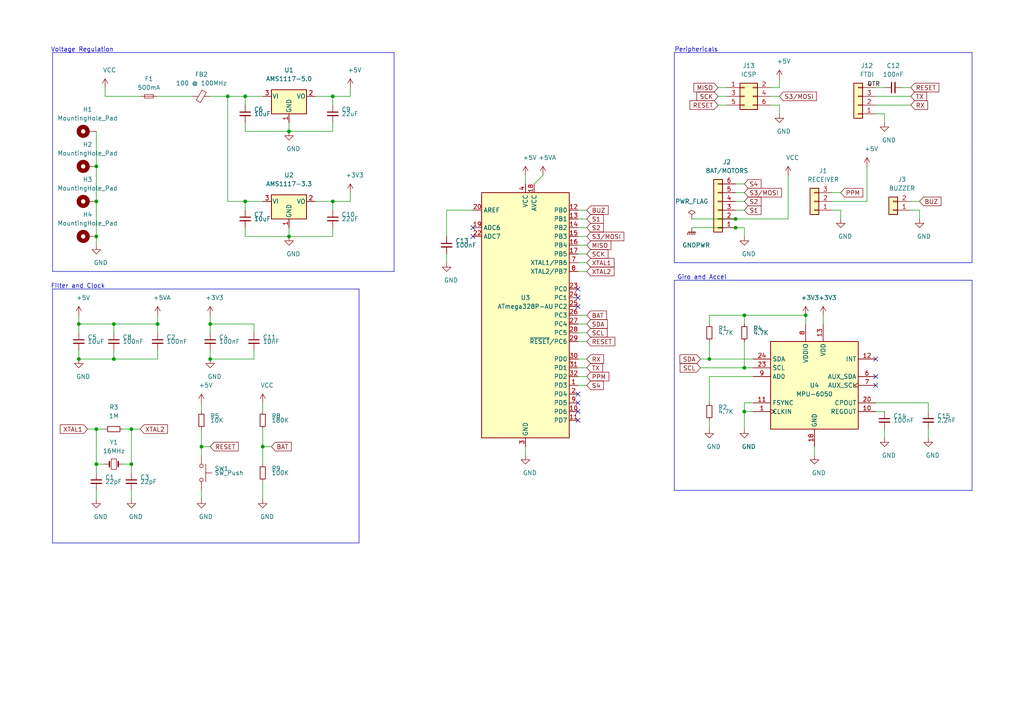
<source format=kicad_sch>
(kicad_sch (version 20200714) (host eeschema "(5.99.0-2358-g6d8fb94d8)")
  (page 1 1)
  (paper "A4")
  (lib_symbols
    (symbol "Connector_Generic:Conn_01x02" (pin_names hide)
      (property "Reference" "J" (at 0 2.54 0))
      (property "Value" "Conn_01x02" (at 0 -5.08 0))
      (symbol "Conn_01x02_1_1"
        (rectangle (start -1.27 -2.413) (end 0 -2.667) (stroke (width 0.1524)))
        (rectangle (start -1.27 0.127) (end 0 -0.127) (stroke (width 0.1524)))
        (rectangle (start -1.27 1.27) (end 1.27 -3.81) (stroke (width 0.254)) (fill (type background)))
        (pin passive line (at -5.08 0 0) (length 3.81) (name "Pin_1") (number "1"))
        (pin passive line (at -5.08 -2.54 0) (length 3.81) (name "Pin_2") (number "2"))
      )
    )
    (symbol "Connector_Generic:Conn_01x03" (pin_names hide)
      (property "Reference" "J" (at 0 5.08 0))
      (property "Value" "Conn_01x03" (at 0 -5.08 0))
      (symbol "Conn_01x03_1_1"
        (rectangle (start -1.27 -2.413) (end 0 -2.667) (stroke (width 0.1524)))
        (rectangle (start -1.27 2.667) (end 0 2.413) (stroke (width 0.1524)))
        (rectangle (start -1.27 3.81) (end 1.27 -3.81) (stroke (width 0.254)) (fill (type background)))
        (rectangle (start -1.27 0.127) (end 0 -0.127) (stroke (width 0.1524)))
        (pin passive line (at -5.08 2.54 0) (length 3.81) (name "Pin_1") (number "1"))
        (pin passive line (at -5.08 0 0) (length 3.81) (name "Pin_2") (number "2"))
        (pin passive line (at -5.08 -2.54 0) (length 3.81) (name "Pin_3") (number "3"))
      )
    )
    (symbol "Connector_Generic:Conn_01x04" (pin_names hide)
      (property "Reference" "J" (at 0 5.08 0))
      (property "Value" "Conn_01x04" (at 0 -7.62 0))
      (symbol "Conn_01x04_1_1"
        (rectangle (start -1.27 -4.953) (end 0 -5.207) (stroke (width 0.1524)))
        (rectangle (start -1.27 -2.413) (end 0 -2.667) (stroke (width 0.1524)))
        (rectangle (start -1.27 2.667) (end 0 2.413) (stroke (width 0.1524)))
        (rectangle (start -1.27 3.81) (end 1.27 -6.35) (stroke (width 0.254)) (fill (type background)))
        (rectangle (start -1.27 0.127) (end 0 -0.127) (stroke (width 0.1524)))
        (pin passive line (at -5.08 2.54 0) (length 3.81) (name "Pin_1") (number "1"))
        (pin passive line (at -5.08 0 0) (length 3.81) (name "Pin_2") (number "2"))
        (pin passive line (at -5.08 -2.54 0) (length 3.81) (name "Pin_3") (number "3"))
        (pin passive line (at -5.08 -5.08 0) (length 3.81) (name "Pin_4") (number "4"))
      )
    )
    (symbol "Connector_Generic:Conn_01x06" (pin_names hide)
      (property "Reference" "J" (at 0 7.62 0))
      (property "Value" "Conn_01x06" (at 0 -10.16 0))
      (symbol "Conn_01x06_1_1"
        (rectangle (start -1.27 -4.953) (end 0 -5.207) (stroke (width 0.1524)))
        (rectangle (start -1.27 -7.493) (end 0 -7.747) (stroke (width 0.1524)))
        (rectangle (start -1.27 -2.413) (end 0 -2.667) (stroke (width 0.1524)))
        (rectangle (start -1.27 2.667) (end 0 2.413) (stroke (width 0.1524)))
        (rectangle (start -1.27 5.207) (end 0 4.953) (stroke (width 0.1524)))
        (rectangle (start -1.27 6.35) (end 1.27 -8.89) (stroke (width 0.254)) (fill (type background)))
        (rectangle (start -1.27 0.127) (end 0 -0.127) (stroke (width 0.1524)))
        (pin passive line (at -5.08 5.08 0) (length 3.81) (name "Pin_1") (number "1"))
        (pin passive line (at -5.08 2.54 0) (length 3.81) (name "Pin_2") (number "2"))
        (pin passive line (at -5.08 0 0) (length 3.81) (name "Pin_3") (number "3"))
        (pin passive line (at -5.08 -2.54 0) (length 3.81) (name "Pin_4") (number "4"))
        (pin passive line (at -5.08 -5.08 0) (length 3.81) (name "Pin_5") (number "5"))
        (pin passive line (at -5.08 -7.62 0) (length 3.81) (name "Pin_6") (number "6"))
      )
    )
    (symbol "Connector_Generic:Conn_02x03_Odd_Even" (pin_names hide)
      (property "Reference" "J" (at 1.27 5.08 0))
      (property "Value" "Conn_02x03_Odd_Even" (at 1.27 -5.08 0))
      (symbol "Conn_02x03_Odd_Even_1_1"
        (rectangle (start -1.27 -2.413) (end 0 -2.667) (stroke (width 0.1524)))
        (rectangle (start -1.27 2.667) (end 0 2.413) (stroke (width 0.1524)))
        (rectangle (start -1.27 3.81) (end 3.81 -3.81) (stroke (width 0.254)) (fill (type background)))
        (rectangle (start -1.27 0.127) (end 0 -0.127) (stroke (width 0.1524)))
        (rectangle (start 3.81 -2.413) (end 2.54 -2.667) (stroke (width 0.1524)))
        (rectangle (start 3.81 2.667) (end 2.54 2.413) (stroke (width 0.1524)))
        (rectangle (start 3.81 0.127) (end 2.54 -0.127) (stroke (width 0.1524)))
        (pin passive line (at -5.08 2.54 0) (length 3.81) (name "Pin_1") (number "1"))
        (pin passive line (at 7.62 2.54 180) (length 3.81) (name "Pin_2") (number "2"))
        (pin passive line (at -5.08 0 0) (length 3.81) (name "Pin_3") (number "3"))
        (pin passive line (at 7.62 0 180) (length 3.81) (name "Pin_4") (number "4"))
        (pin passive line (at -5.08 -2.54 0) (length 3.81) (name "Pin_5") (number "5"))
        (pin passive line (at 7.62 -2.54 180) (length 3.81) (name "Pin_6") (number "6"))
      )
    )
    (symbol "Device:C_Small" (pin_numbers hide) (pin_names (offset 0.254) hide)
      (property "Reference" "C" (at 0.254 1.778 0))
      (property "Value" "C_Small" (at 0.254 -2.032 0))
      (symbol "C_Small_0_1"
        (polyline (pts (xy -1.524 -0.508) (xy 1.524 -0.508)) (stroke (width 0.3302)))
        (polyline (pts (xy -1.524 0.508) (xy 1.524 0.508)) (stroke (width 0.3048)))
      )
      (symbol "C_Small_1_1"
        (pin passive line (at 0 2.54 270) (length 2.032) (name "~") (number "1"))
        (pin passive line (at 0 -2.54 90) (length 2.032) (name "~") (number "2"))
      )
    )
    (symbol "Device:Crystal_Small" (pin_numbers hide) (pin_names hide)
      (property "Reference" "Y" (at 0 2.54 0))
      (property "Value" "Crystal_Small" (at 0 -2.54 0))
      (symbol "Crystal_Small_0_1"
        (rectangle (start -0.762 -1.524) (end 0.762 1.524))
        (polyline (pts (xy -1.27 -0.762) (xy -1.27 0.762)) (stroke (width 0.381)))
        (polyline (pts (xy 1.27 -0.762) (xy 1.27 0.762)) (stroke (width 0.381)))
      )
      (symbol "Crystal_Small_1_1"
        (pin passive line (at -2.54 0 0) (length 1.27) (name "1") (number "1"))
        (pin passive line (at 2.54 0 180) (length 1.27) (name "2") (number "2"))
      )
    )
    (symbol "Device:Ferrite_Bead_Small" (pin_numbers hide) (pin_names (offset 0))
      (property "Reference" "FB" (at 1.905 1.27 0))
      (property "Value" "Ferrite_Bead_Small" (at 1.905 -1.27 0))
      (symbol "Ferrite_Bead_Small_0_1"
        (polyline (pts (xy 0 -1.27) (xy 0 -0.7874)))
        (polyline (pts (xy 0 0.889) (xy 0 1.2954)))
        (polyline (pts (xy -1.8288 0.2794) (xy -1.1176 1.4986) (xy 1.8288 -0.2032) (xy 1.1176 -1.4224) (xy -1.8288 0.2794)))
      )
      (symbol "Ferrite_Bead_Small_1_1"
        (pin passive line (at 0 2.54 270) (length 1.27) (name "~") (number "1"))
        (pin passive line (at 0 -2.54 90) (length 1.27) (name "~") (number "2"))
      )
    )
    (symbol "Device:Fuse_Small" (pin_numbers hide) (pin_names (offset 0.254) hide)
      (property "Reference" "F" (at 0 -1.524 0))
      (property "Value" "Fuse_Small" (at 0 1.524 0))
      (symbol "Fuse_Small_0_1"
        (rectangle (start -1.27 0.508) (end 1.27 -0.508))
        (polyline (pts (xy -1.27 0) (xy 1.27 0)))
      )
      (symbol "Fuse_Small_1_1"
        (pin passive line (at -2.54 0 0) (length 1.27) (name "~") (number "1"))
        (pin passive line (at 2.54 0 180) (length 1.27) (name "~") (number "2"))
      )
    )
    (symbol "Device:R_Small" (pin_numbers hide) (pin_names (offset 0.254) hide)
      (property "Reference" "R" (at 0.762 0.508 0))
      (property "Value" "R_Small" (at 0.762 -1.016 0))
      (symbol "R_Small_0_1"
        (rectangle (start -0.762 1.778) (end 0.762 -1.778) (stroke (width 0.2032)))
      )
      (symbol "R_Small_1_1"
        (pin passive line (at 0 2.54 270) (length 0.762) (name "~") (number "1"))
        (pin passive line (at 0 -2.54 90) (length 0.762) (name "~") (number "2"))
      )
    )
    (symbol "MCU_Microchip_ATmega:ATmega328P-AU" (pin_names (offset 0.508))
      (property "Reference" "U" (at -12.7 36.83 0))
      (property "Value" "ATmega328P-AU" (at 2.54 -36.83 0))
      (symbol "ATmega328P-AU_0_1"
        (rectangle (start -12.7 -35.56) (end 12.7 35.56) (stroke (width 0.254)) (fill (type background)))
      )
      (symbol "ATmega328P-AU_1_1"
        (pin bidirectional line (at 15.24 -20.32 180) (length 2.54) (name "PD3") (number "1"))
        (pin bidirectional line (at 15.24 -27.94 180) (length 2.54) (name "PD6") (number "10"))
        (pin bidirectional line (at 15.24 -30.48 180) (length 2.54) (name "PD7") (number "11"))
        (pin bidirectional line (at 15.24 30.48 180) (length 2.54) (name "PB0") (number "12"))
        (pin bidirectional line (at 15.24 27.94 180) (length 2.54) (name "PB1") (number "13"))
        (pin bidirectional line (at 15.24 25.4 180) (length 2.54) (name "PB2") (number "14"))
        (pin bidirectional line (at 15.24 22.86 180) (length 2.54) (name "PB3") (number "15"))
        (pin bidirectional line (at 15.24 20.32 180) (length 2.54) (name "PB4") (number "16"))
        (pin bidirectional line (at 15.24 17.78 180) (length 2.54) (name "PB5") (number "17"))
        (pin power_in line (at 2.54 38.1 270) (length 2.54) (name "AVCC") (number "18"))
        (pin input line (at -15.24 25.4 0) (length 2.54) (name "ADC6") (number "19"))
        (pin bidirectional line (at 15.24 -22.86 180) (length 2.54) (name "PD4") (number "2"))
        (pin passive line (at -15.24 30.48 0) (length 2.54) (name "AREF") (number "20"))
        (pin passive line (at 0 -38.1 90) (length 2.54) hide (name "GND") (number "21"))
        (pin input line (at -15.24 22.86 0) (length 2.54) (name "ADC7") (number "22"))
        (pin bidirectional line (at 15.24 7.62 180) (length 2.54) (name "PC0") (number "23"))
        (pin bidirectional line (at 15.24 5.08 180) (length 2.54) (name "PC1") (number "24"))
        (pin bidirectional line (at 15.24 2.54 180) (length 2.54) (name "PC2") (number "25"))
        (pin bidirectional line (at 15.24 0 180) (length 2.54) (name "PC3") (number "26"))
        (pin bidirectional line (at 15.24 -2.54 180) (length 2.54) (name "PC4") (number "27"))
        (pin bidirectional line (at 15.24 -5.08 180) (length 2.54) (name "PC5") (number "28"))
        (pin bidirectional line (at 15.24 -7.62 180) (length 2.54) (name "~RESET~/PC6") (number "29"))
        (pin power_in line (at 0 -38.1 90) (length 2.54) (name "GND") (number "3"))
        (pin bidirectional line (at 15.24 -12.7 180) (length 2.54) (name "PD0") (number "30"))
        (pin bidirectional line (at 15.24 -15.24 180) (length 2.54) (name "PD1") (number "31"))
        (pin bidirectional line (at 15.24 -17.78 180) (length 2.54) (name "PD2") (number "32"))
        (pin power_in line (at 0 38.1 270) (length 2.54) (name "VCC") (number "4"))
        (pin passive line (at 0 -38.1 90) (length 2.54) hide (name "GND") (number "5"))
        (pin passive line (at 0 38.1 270) (length 2.54) hide (name "VCC") (number "6"))
        (pin bidirectional line (at 15.24 15.24 180) (length 2.54) (name "XTAL1/PB6") (number "7"))
        (pin bidirectional line (at 15.24 12.7 180) (length 2.54) (name "XTAL2/PB7") (number "8"))
        (pin bidirectional line (at 15.24 -25.4 180) (length 2.54) (name "PD5") (number "9"))
      )
    )
    (symbol "Mechanical:MountingHole_Pad" (pin_numbers hide) (pin_names hide)
      (property "Reference" "H" (at 0 6.35 0))
      (property "Value" "MountingHole_Pad" (at 0 4.445 0))
      (symbol "MountingHole_Pad_0_1"
        (circle (center 0 1.27) (radius 1.27) (stroke (width 1.27)))
      )
      (symbol "MountingHole_Pad_1_1"
        (pin input line (at 0 -2.54 90) (length 2.54) (name "1") (number "1"))
      )
    )
    (symbol "Regulator_Linear:AMS1117-3.3" (pin_names (offset 0.254))
      (property "Reference" "U" (at -3.81 3.175 0))
      (property "Value" "AMS1117-3.3" (at 0 3.175 0))
      (symbol "AMS1117-3.3_0_1"
        (rectangle (start -5.08 -5.08) (end 5.08 1.905) (stroke (width 0.254)) (fill (type background)))
      )
      (symbol "AMS1117-3.3_1_1"
        (pin power_in line (at 0 -7.62 90) (length 2.54) (name "GND") (number "1"))
        (pin power_out line (at 7.62 0 180) (length 2.54) (name "VO") (number "2"))
        (pin power_in line (at -7.62 0 0) (length 2.54) (name "VI") (number "3"))
      )
    )
    (symbol "Regulator_Linear:AMS1117-5.0" (pin_names (offset 0.254))
      (property "Reference" "U" (at -3.81 3.175 0))
      (property "Value" "AMS1117-5.0" (at 0 3.175 0))
      (symbol "AMS1117-5.0_0_1"
        (rectangle (start -5.08 -5.08) (end 5.08 1.905) (stroke (width 0.254)) (fill (type background)))
      )
      (symbol "AMS1117-5.0_1_1"
        (pin power_in line (at 0 -7.62 90) (length 2.54) (name "GND") (number "1"))
        (pin power_out line (at 7.62 0 180) (length 2.54) (name "VO") (number "2"))
        (pin power_in line (at -7.62 0 0) (length 2.54) (name "VI") (number "3"))
      )
    )
    (symbol "Sensor_Motion:MPU-6050" (pin_names (offset 0.508))
      (property "Reference" "U" (at -11.43 13.97 0))
      (property "Value" "MPU-6050" (at 7.62 -13.97 0))
      (symbol "MPU-6050_0_1"
        (rectangle (start -12.7 12.7) (end 12.7 -12.7) (stroke (width 0.254)) (fill (type background)))
      )
      (symbol "MPU-6050_1_1"
        (pin input clock (at -17.78 -7.62 0) (length 5.08) (name "CLKIN") (number "1"))
        (pin passive line (at 17.78 -7.62 180) (length 5.08) (name "REGOUT") (number "10"))
        (pin input line (at -17.78 -5.08 0) (length 5.08) (name "FSYNC") (number "11"))
        (pin output line (at 17.78 7.62 180) (length 5.08) (name "INT") (number "12"))
        (pin power_in line (at 2.54 17.78 270) (length 5.08) (name "VDD") (number "13"))
        (pin power_in line (at 0 -17.78 90) (length 5.08) (name "GND") (number "18"))
        (pin passive line (at 17.78 -5.08 180) (length 5.08) (name "CPOUT") (number "20"))
        (pin input line (at -17.78 5.08 0) (length 5.08) (name "SCL") (number "23"))
        (pin bidirectional line (at -17.78 7.62 0) (length 5.08) (name "SDA") (number "24"))
        (pin bidirectional line (at 17.78 2.54 180) (length 5.08) (name "AUX_SDA") (number "6"))
        (pin output clock (at 17.78 0 180) (length 5.08) (name "AUX_SCL") (number "7"))
        (pin power_in line (at -2.54 17.78 270) (length 5.08) (name "VDDIO") (number "8"))
        (pin input line (at -17.78 2.54 0) (length 5.08) (name "AD0") (number "9"))
      )
    )
    (symbol "Switch:SW_Push" (pin_numbers hide) (pin_names hide)
      (property "Reference" "SW" (at 1.27 2.54 0))
      (property "Value" "SW_Push" (at 0 -1.524 0))
      (symbol "SW_Push_0_1"
        (circle (center -2.032 0) (radius 0.508))
        (circle (center 2.032 0) (radius 0.508))
        (polyline (pts (xy 0 1.27) (xy 0 3.048)))
        (polyline (pts (xy 2.54 1.27) (xy -2.54 1.27)))
        (pin passive line (at -5.08 0 0) (length 2.54) (name "1") (number "1"))
        (pin passive line (at 5.08 0 180) (length 2.54) (name "2") (number "2"))
      )
    )
    (symbol "power:+3V3" (power) (pin_names (offset 0))
      (property "Value" "+3V3" (at 0 3.556 0))
      (symbol "+3V3_0_1"
        (polyline (pts (xy -0.762 1.27) (xy 0 2.54)))
        (polyline (pts (xy 0 0) (xy 0 2.54)))
        (polyline (pts (xy 0 2.54) (xy 0.762 1.27)))
      )
      (symbol "+3V3_1_1"
        (pin power_in line (at 0 0 90) (length 0) hide (name "+3V3") (number "1"))
      )
    )
    (symbol "power:+5V" (power) (pin_names (offset 0))
      (property "Value" "+5V" (at 0 3.556 0))
      (symbol "+5V_0_1"
        (polyline (pts (xy -0.762 1.27) (xy 0 2.54)))
        (polyline (pts (xy 0 0) (xy 0 2.54)))
        (polyline (pts (xy 0 2.54) (xy 0.762 1.27)))
      )
      (symbol "+5V_1_1"
        (pin power_in line (at 0 0 90) (length 0) hide (name "+5V") (number "1"))
      )
    )
    (symbol "power:+5VA" (power) (pin_names (offset 0))
      (property "Value" "+5VA" (at 0 3.556 0))
      (symbol "+5VA_0_1"
        (polyline (pts (xy -0.762 1.27) (xy 0 2.54)))
        (polyline (pts (xy 0 0) (xy 0 2.54)))
        (polyline (pts (xy 0 2.54) (xy 0.762 1.27)))
      )
      (symbol "+5VA_1_1"
        (pin power_in line (at 0 0 90) (length 0) hide (name "+5VA") (number "1"))
      )
    )
    (symbol "power:GND" (power) (pin_names (offset 0))
      (property "Value" "GND" (at 0 -3.81 0))
      (symbol "GND_0_1"
        (polyline (pts (xy 0 0) (xy 0 -1.27) (xy 1.27 -1.27) (xy 0 -2.54) (xy -1.27 -1.27) (xy 0 -1.27)))
      )
      (symbol "GND_1_1"
        (pin power_in line (at 0 0 270) (length 0) hide (name "GND") (number "1"))
      )
    )
    (symbol "power:GNDPWR" (power) (pin_names (offset 0))
      (property "Value" "GNDPWR" (at 0 -3.302 0))
      (symbol "GNDPWR_0_1"
        (polyline (pts (xy 0 -1.27) (xy 0 0)))
        (polyline (pts (xy -1.016 -1.27) (xy -1.27 -2.032) (xy -1.27 -2.032)) (stroke (width 0.2032)))
        (polyline (pts (xy -0.508 -1.27) (xy -0.762 -2.032) (xy -0.762 -2.032)) (stroke (width 0.2032)))
        (polyline (pts (xy 0 -1.27) (xy -0.254 -2.032) (xy -0.254 -2.032)) (stroke (width 0.2032)))
        (polyline (pts (xy 0.508 -1.27) (xy 0.254 -2.032) (xy 0.254 -2.032)) (stroke (width 0.2032)))
        (polyline (pts (xy 1.016 -1.27) (xy -1.016 -1.27) (xy -1.016 -1.27)) (stroke (width 0.2032)))
        (polyline (pts (xy 1.016 -1.27) (xy 0.762 -2.032) (xy 0.762 -2.032) (xy 0.762 -2.032)) (stroke (width 0.2032)))
      )
      (symbol "GNDPWR_1_1"
        (pin power_in line (at 0 0 270) (length 0) hide (name "GNDPWR") (number "1"))
      )
    )
    (symbol "power:PWR_FLAG" (power) (pin_numbers hide) (pin_names (offset 0) hide)
      (property "Value" "PWR_FLAG" (at 0 3.81 0))
      (symbol "PWR_FLAG_0_1"
        (polyline (pts (xy 0 0) (xy 0 1.27) (xy -1.016 1.905) (xy 0 2.54) (xy 1.016 1.905) (xy 0 1.27)))
      )
      (symbol "PWR_FLAG_0_0"
        (pin power_out line (at 0 0 90) (length 0) (name "pwr") (number "1"))
      )
    )
    (symbol "power:VCC" (power) (pin_names (offset 0))
      (property "Value" "VCC" (at 0 3.81 0))
      (symbol "VCC_0_1"
        (polyline (pts (xy -0.762 1.27) (xy 0 2.54)))
        (polyline (pts (xy 0 0) (xy 0 2.54)))
        (polyline (pts (xy 0 2.54) (xy 0.762 1.27)))
      )
      (symbol "VCC_1_1"
        (pin power_in line (at 0 0 90) (length 0) hide (name "VCC") (number "1"))
      )
    )
  )
  (junction (at 22.86 93.98))
  (junction (at 22.86 104.14))
  (junction (at 27.94 48.26))
  (junction (at 27.94 58.42))
  (junction (at 27.94 68.58))
  (junction (at 27.94 124.46))
  (junction (at 27.94 134.62))
  (junction (at 33.02 93.98))
  (junction (at 33.02 104.14))
  (junction (at 38.1 124.46))
  (junction (at 38.1 134.62))
  (junction (at 45.72 93.98))
  (junction (at 58.42 129.54))
  (junction (at 60.96 93.98))
  (junction (at 60.96 104.14))
  (junction (at 66.04 27.94))
  (junction (at 71.12 27.94))
  (junction (at 71.12 58.42))
  (junction (at 76.2 129.54))
  (junction (at 83.82 38.1))
  (junction (at 83.82 68.58))
  (junction (at 96.52 27.94))
  (junction (at 96.52 58.42))
  (junction (at 205.74 104.14))
  (junction (at 213.36 63.5))
  (junction (at 213.36 66.04))
  (junction (at 215.9 91.44))
  (junction (at 215.9 106.68))
  (junction (at 215.9 119.38))
  (junction (at 233.68 91.44))
  (no_connect (at 167.64 121.92))
  (no_connect (at 137.16 66.04))
  (no_connect (at 167.64 114.3))
  (no_connect (at 137.16 68.58))
  (no_connect (at 167.64 119.38))
  (no_connect (at 167.64 116.84))
  (no_connect (at 167.64 86.36))
  (no_connect (at 254 104.14))
  (no_connect (at 167.64 83.82))
  (no_connect (at 167.64 88.9))
  (no_connect (at 254 111.76))
  (no_connect (at 254 109.22))
  (wire (pts (xy 22.86 91.44) (xy 22.86 93.98)))
  (wire (pts (xy 22.86 93.98) (xy 22.86 96.52)))
  (wire (pts (xy 22.86 93.98) (xy 33.02 93.98)))
  (wire (pts (xy 22.86 101.6) (xy 22.86 104.14)))
  (wire (pts (xy 22.86 104.14) (xy 33.02 104.14)))
  (wire (pts (xy 25.4 124.46) (xy 27.94 124.46)))
  (wire (pts (xy 27.94 38.1) (xy 27.94 48.26)))
  (wire (pts (xy 27.94 48.26) (xy 27.94 58.42)))
  (wire (pts (xy 27.94 58.42) (xy 27.94 68.58)))
  (wire (pts (xy 27.94 68.58) (xy 27.94 71.12)))
  (wire (pts (xy 27.94 124.46) (xy 27.94 134.62)))
  (wire (pts (xy 27.94 124.46) (xy 30.48 124.46)))
  (wire (pts (xy 27.94 134.62) (xy 27.94 137.16)))
  (wire (pts (xy 27.94 134.62) (xy 30.48 134.62)))
  (wire (pts (xy 27.94 142.24) (xy 27.94 144.78)))
  (wire (pts (xy 30.48 25.4) (xy 30.48 27.94)))
  (wire (pts (xy 30.48 27.94) (xy 40.64 27.94)))
  (wire (pts (xy 33.02 93.98) (xy 33.02 96.52)))
  (wire (pts (xy 33.02 93.98) (xy 45.72 93.98)))
  (wire (pts (xy 33.02 101.6) (xy 33.02 104.14)))
  (wire (pts (xy 33.02 104.14) (xy 45.72 104.14)))
  (wire (pts (xy 35.56 124.46) (xy 38.1 124.46)))
  (wire (pts (xy 35.56 134.62) (xy 38.1 134.62)))
  (wire (pts (xy 38.1 124.46) (xy 38.1 134.62)))
  (wire (pts (xy 38.1 124.46) (xy 40.64 124.46)))
  (wire (pts (xy 38.1 134.62) (xy 38.1 137.16)))
  (wire (pts (xy 38.1 142.24) (xy 38.1 144.78)))
  (wire (pts (xy 45.72 27.94) (xy 55.88 27.94)))
  (wire (pts (xy 45.72 91.44) (xy 45.72 93.98)))
  (wire (pts (xy 45.72 93.98) (xy 45.72 96.52)))
  (wire (pts (xy 45.72 104.14) (xy 45.72 101.6)))
  (wire (pts (xy 58.42 116.84) (xy 58.42 119.38)))
  (wire (pts (xy 58.42 124.46) (xy 58.42 129.54)))
  (wire (pts (xy 58.42 129.54) (xy 58.42 132.08)))
  (wire (pts (xy 58.42 129.54) (xy 60.96 129.54)))
  (wire (pts (xy 58.42 142.24) (xy 58.42 144.78)))
  (wire (pts (xy 60.96 27.94) (xy 66.04 27.94)))
  (wire (pts (xy 60.96 91.44) (xy 60.96 93.98)))
  (wire (pts (xy 60.96 93.98) (xy 60.96 96.52)))
  (wire (pts (xy 60.96 93.98) (xy 73.66 93.98)))
  (wire (pts (xy 60.96 101.6) (xy 60.96 104.14)))
  (wire (pts (xy 60.96 104.14) (xy 73.66 104.14)))
  (wire (pts (xy 66.04 27.94) (xy 66.04 58.42)))
  (wire (pts (xy 66.04 27.94) (xy 71.12 27.94)))
  (wire (pts (xy 66.04 58.42) (xy 71.12 58.42)))
  (wire (pts (xy 71.12 27.94) (xy 71.12 30.48)))
  (wire (pts (xy 71.12 27.94) (xy 76.2 27.94)))
  (wire (pts (xy 71.12 35.56) (xy 71.12 38.1)))
  (wire (pts (xy 71.12 38.1) (xy 83.82 38.1)))
  (wire (pts (xy 71.12 58.42) (xy 71.12 60.96)))
  (wire (pts (xy 71.12 58.42) (xy 76.2 58.42)))
  (wire (pts (xy 71.12 66.04) (xy 71.12 68.58)))
  (wire (pts (xy 71.12 68.58) (xy 83.82 68.58)))
  (wire (pts (xy 73.66 93.98) (xy 73.66 96.52)))
  (wire (pts (xy 73.66 104.14) (xy 73.66 101.6)))
  (wire (pts (xy 76.2 116.84) (xy 76.2 119.38)))
  (wire (pts (xy 76.2 124.46) (xy 76.2 129.54)))
  (wire (pts (xy 76.2 129.54) (xy 76.2 134.62)))
  (wire (pts (xy 76.2 129.54) (xy 78.74 129.54)))
  (wire (pts (xy 76.2 139.7) (xy 76.2 144.78)))
  (wire (pts (xy 83.82 35.56) (xy 83.82 38.1)))
  (wire (pts (xy 83.82 38.1) (xy 96.52 38.1)))
  (wire (pts (xy 83.82 66.04) (xy 83.82 68.58)))
  (wire (pts (xy 91.44 27.94) (xy 96.52 27.94)))
  (wire (pts (xy 91.44 58.42) (xy 96.52 58.42)))
  (wire (pts (xy 96.52 27.94) (xy 96.52 30.48)))
  (wire (pts (xy 96.52 35.56) (xy 96.52 38.1)))
  (wire (pts (xy 96.52 58.42) (xy 96.52 60.96)))
  (wire (pts (xy 96.52 58.42) (xy 101.6 58.42)))
  (wire (pts (xy 96.52 66.04) (xy 96.52 68.58)))
  (wire (pts (xy 96.52 68.58) (xy 83.82 68.58)))
  (wire (pts (xy 101.6 25.4) (xy 101.6 27.94)))
  (wire (pts (xy 101.6 27.94) (xy 96.52 27.94)))
  (wire (pts (xy 101.6 55.88) (xy 101.6 58.42)))
  (wire (pts (xy 129.54 60.96) (xy 129.54 68.58)))
  (wire (pts (xy 129.54 73.66) (xy 129.54 76.2)))
  (wire (pts (xy 137.16 60.96) (xy 129.54 60.96)))
  (wire (pts (xy 152.4 50.8) (xy 152.4 53.34)))
  (wire (pts (xy 152.4 129.54) (xy 152.4 132.08)))
  (wire (pts (xy 154.94 53.34) (xy 157.48 50.8)))
  (wire (pts (xy 167.64 60.96) (xy 170.18 60.96)))
  (wire (pts (xy 167.64 63.5) (xy 170.18 63.5)))
  (wire (pts (xy 167.64 66.04) (xy 170.18 66.04)))
  (wire (pts (xy 167.64 68.58) (xy 170.18 68.58)))
  (wire (pts (xy 167.64 71.12) (xy 170.18 71.12)))
  (wire (pts (xy 167.64 73.66) (xy 170.18 73.66)))
  (wire (pts (xy 167.64 76.2) (xy 170.18 76.2)))
  (wire (pts (xy 167.64 78.74) (xy 170.18 78.74)))
  (wire (pts (xy 167.64 91.44) (xy 170.18 91.44)))
  (wire (pts (xy 167.64 93.98) (xy 170.18 93.98)))
  (wire (pts (xy 167.64 96.52) (xy 170.18 96.52)))
  (wire (pts (xy 167.64 99.06) (xy 170.18 99.06)))
  (wire (pts (xy 167.64 104.14) (xy 170.18 104.14)))
  (wire (pts (xy 167.64 106.68) (xy 170.18 106.68)))
  (wire (pts (xy 167.64 109.22) (xy 170.18 109.22)))
  (wire (pts (xy 167.64 111.76) (xy 170.18 111.76)))
  (wire (pts (xy 200.66 63.5) (xy 213.36 63.5)))
  (wire (pts (xy 200.66 66.04) (xy 213.36 66.04)))
  (wire (pts (xy 203.2 104.14) (xy 205.74 104.14)))
  (wire (pts (xy 203.2 106.68) (xy 215.9 106.68)))
  (wire (pts (xy 205.74 91.44) (xy 215.9 91.44)))
  (wire (pts (xy 205.74 93.98) (xy 205.74 91.44)))
  (wire (pts (xy 205.74 99.06) (xy 205.74 104.14)))
  (wire (pts (xy 205.74 104.14) (xy 218.44 104.14)))
  (wire (pts (xy 205.74 109.22) (xy 218.44 109.22)))
  (wire (pts (xy 205.74 116.84) (xy 205.74 109.22)))
  (wire (pts (xy 205.74 121.92) (xy 205.74 124.46)))
  (wire (pts (xy 208.28 25.4) (xy 210.82 25.4)))
  (wire (pts (xy 208.28 27.94) (xy 210.82 27.94)))
  (wire (pts (xy 208.28 30.48) (xy 210.82 30.48)))
  (wire (pts (xy 213.36 53.34) (xy 215.9 53.34)))
  (wire (pts (xy 213.36 55.88) (xy 215.9 55.88)))
  (wire (pts (xy 213.36 58.42) (xy 215.9 58.42)))
  (wire (pts (xy 213.36 60.96) (xy 215.9 60.96)))
  (wire (pts (xy 213.36 63.5) (xy 228.6 63.5)))
  (wire (pts (xy 213.36 66.04) (xy 215.9 66.04)))
  (wire (pts (xy 215.9 66.04) (xy 215.9 68.58)))
  (wire (pts (xy 215.9 91.44) (xy 233.68 91.44)))
  (wire (pts (xy 215.9 93.98) (xy 215.9 91.44)))
  (wire (pts (xy 215.9 99.06) (xy 215.9 106.68)))
  (wire (pts (xy 215.9 106.68) (xy 218.44 106.68)))
  (wire (pts (xy 215.9 116.84) (xy 215.9 119.38)))
  (wire (pts (xy 215.9 119.38) (xy 215.9 124.46)))
  (wire (pts (xy 215.9 119.38) (xy 218.44 119.38)))
  (wire (pts (xy 218.44 116.84) (xy 215.9 116.84)))
  (wire (pts (xy 223.52 25.4) (xy 226.06 25.4)))
  (wire (pts (xy 223.52 27.94) (xy 226.06 27.94)))
  (wire (pts (xy 223.52 30.48) (xy 226.06 30.48)))
  (wire (pts (xy 226.06 25.4) (xy 226.06 22.86)))
  (wire (pts (xy 226.06 30.48) (xy 226.06 33.02)))
  (wire (pts (xy 228.6 50.8) (xy 228.6 63.5)))
  (wire (pts (xy 233.68 91.44) (xy 233.68 93.98)))
  (wire (pts (xy 236.22 129.54) (xy 236.22 132.08)))
  (wire (pts (xy 238.76 91.44) (xy 238.76 93.98)))
  (wire (pts (xy 241.3 55.88) (xy 243.84 55.88)))
  (wire (pts (xy 241.3 58.42) (xy 251.46 58.42)))
  (wire (pts (xy 241.3 60.96) (xy 243.84 60.96)))
  (wire (pts (xy 243.84 60.96) (xy 243.84 63.5)))
  (wire (pts (xy 251.46 48.26) (xy 251.46 58.42)))
  (wire (pts (xy 254 33.02) (xy 256.54 33.02)))
  (wire (pts (xy 254 116.84) (xy 269.24 116.84)))
  (wire (pts (xy 254 119.38) (xy 256.54 119.38)))
  (wire (pts (xy 256.54 25.4) (xy 254 25.4)))
  (wire (pts (xy 256.54 33.02) (xy 256.54 35.56)))
  (wire (pts (xy 256.54 124.46) (xy 256.54 127)))
  (wire (pts (xy 264.16 25.4) (xy 261.62 25.4)))
  (wire (pts (xy 264.16 27.94) (xy 254 27.94)))
  (wire (pts (xy 264.16 30.48) (xy 254 30.48)))
  (wire (pts (xy 264.16 58.42) (xy 266.7 58.42)))
  (wire (pts (xy 264.16 60.96) (xy 266.7 60.96)))
  (wire (pts (xy 266.7 60.96) (xy 266.7 63.5)))
  (wire (pts (xy 269.24 116.84) (xy 269.24 119.38)))
  (wire (pts (xy 269.24 124.46) (xy 269.24 127)))
  (polyline (pts (xy 15.24 15.24) (xy 15.24 78.74)) (stroke (width 0) (type solid)))
  (polyline (pts (xy 15.24 15.24) (xy 114.3 15.24)) (stroke (width 0) (type solid)))
  (polyline (pts (xy 15.24 78.74) (xy 114.3 78.74)) (stroke (width 0) (type solid)))
  (polyline (pts (xy 15.24 83.82) (xy 15.24 157.48)) (stroke (width 0) (type solid)))
  (polyline (pts (xy 15.24 157.48) (xy 104.14 157.48)) (stroke (width 0) (type solid)))
  (polyline (pts (xy 104.14 83.82) (xy 15.24 83.82)) (stroke (width 0) (type solid)))
  (polyline (pts (xy 104.14 157.48) (xy 104.14 83.82)) (stroke (width 0) (type solid)))
  (polyline (pts (xy 114.3 15.24) (xy 114.3 78.74)) (stroke (width 0) (type solid)))
  (polyline (pts (xy 195.58 15.24) (xy 195.58 43.18)) (stroke (width 0) (type solid)))
  (polyline (pts (xy 195.58 15.24) (xy 281.94 15.24)) (stroke (width 0) (type solid)))
  (polyline (pts (xy 195.58 43.18) (xy 195.58 76.2)) (stroke (width 0) (type solid)))
  (polyline (pts (xy 195.58 76.2) (xy 281.94 76.2)) (stroke (width 0) (type solid)))
  (polyline (pts (xy 195.58 81.28) (xy 195.58 142.24)) (stroke (width 0) (type solid)))
  (polyline (pts (xy 195.58 81.28) (xy 281.94 81.28)) (stroke (width 0) (type solid)))
  (polyline (pts (xy 195.58 142.24) (xy 281.94 142.24)) (stroke (width 0) (type solid)))
  (polyline (pts (xy 281.94 15.24) (xy 281.94 43.18)) (stroke (width 0) (type solid)))
  (polyline (pts (xy 281.94 43.18) (xy 281.94 76.2)) (stroke (width 0) (type solid)))
  (polyline (pts (xy 281.94 81.28) (xy 281.94 142.24)) (stroke (width 0) (type solid)))
  (text "Filter and Clock" (at 30.48 83.82 180) (effects (font (size 1.27 1.27)) (justify right bottom)))
  (text "Voltage Regulation" (at 33.02 15.24 180) (effects (font (size 1.27 1.27)) (justify right bottom)))
  (text "Periphericals" (at 208.28 15.24 180) (effects (font (size 1.27 1.27)) (justify right bottom)))
  (text "Giro and Accel" (at 210.82 81.28 180) (effects (font (size 1.27 1.27)) (justify right bottom)))
  (label "DTR" (at 255.27 25.4 180))
  (global_label "XTAL1" (shape input) (at 25.4 124.46 180))
  (global_label "XTAL2" (shape input) (at 40.64 124.46 0))
  (global_label "RESET" (shape input) (at 60.96 129.54 0))
  (global_label "BAT" (shape input) (at 78.74 129.54 0))
  (global_label "BUZ" (shape input) (at 170.18 60.96 0))
  (global_label "S1" (shape input) (at 170.18 63.5 0))
  (global_label "S2" (shape input) (at 170.18 66.04 0))
  (global_label "S3{slash}MOSI" (shape input) (at 170.18 68.58 0))
  (global_label "MISO" (shape input) (at 170.18 71.12 0))
  (global_label "SCK" (shape input) (at 170.18 73.66 0))
  (global_label "XTAL1" (shape input) (at 170.18 76.2 0))
  (global_label "XTAL2" (shape input) (at 170.18 78.74 0))
  (global_label "BAT" (shape input) (at 170.18 91.44 0))
  (global_label "SDA" (shape input) (at 170.18 93.98 0))
  (global_label "SCL" (shape input) (at 170.18 96.52 0))
  (global_label "RESET" (shape input) (at 170.18 99.06 0))
  (global_label "RX" (shape input) (at 170.18 104.14 0))
  (global_label "TX" (shape input) (at 170.18 106.68 0))
  (global_label "PPM" (shape input) (at 170.18 109.22 0))
  (global_label "S4" (shape input) (at 170.18 111.76 0))
  (global_label "SDA" (shape input) (at 203.2 104.14 180))
  (global_label "SCL" (shape input) (at 203.2 106.68 180))
  (global_label "MISO" (shape input) (at 208.28 25.4 180))
  (global_label "SCK" (shape input) (at 208.28 27.94 180))
  (global_label "RESET" (shape input) (at 208.28 30.48 180))
  (global_label "S4" (shape input) (at 215.9 53.34 0))
  (global_label "S3{slash}MOSI" (shape input) (at 215.9 55.88 0))
  (global_label "S2" (shape input) (at 215.9 58.42 0))
  (global_label "S1" (shape input) (at 215.9 60.96 0))
  (global_label "S3{slash}MOSI" (shape input) (at 226.06 27.94 0))
  (global_label "PPM" (shape input) (at 243.84 55.88 0))
  (global_label "RESET" (shape input) (at 264.16 25.4 0))
  (global_label "TX" (shape input) (at 264.16 27.94 0))
  (global_label "RX" (shape input) (at 264.16 30.48 0))
  (global_label "BUZ" (shape input) (at 266.7 58.42 0))
  (symbol (lib_id "power:PWR_FLAG") (at 200.66 63.5 0) (unit 1)
    (property "Reference" "#FLG0101" (effects hide))
    (property "Value" "PWR_FLAG" (at 200.66 58.42 0))
  )
  (symbol (lib_id "Device:Fuse_Small") (at 43.18 27.94 0) (unit 1)
    (property "Reference" "F1" (at 43.18 22.86 0))
    (property "Value" "500mA" (at 43.18 25.4 0))
    (property "Footprint" "Fuse:Fuse_0603_1608Metric" (effects hide))
  )
  (symbol (lib_id "power:+5V") (at 22.86 91.44 0) (unit 1)
    (property "Reference" "#PWR0126" (effects hide))
    (property "Value" "+5V" (at 24.13 86.36 0))
  )
  (symbol (lib_id "power:VCC") (at 30.48 25.4 0) (unit 1)
    (property "Reference" "#PWR0154" (effects hide))
    (property "Value" "VCC" (at 31.75 20.32 0))
  )
  (symbol (lib_id "power:+5VA") (at 45.72 91.44 0) (unit 1)
    (property "Reference" "#PWR0120" (effects hide))
    (property "Value" "+5VA" (at 46.99 86.36 0))
  )
  (symbol (lib_id "power:+5V") (at 58.42 116.84 0) (unit 1)
    (property "Reference" "#PWR0129" (effects hide))
    (property "Value" "+5V" (at 59.69 111.76 0))
  )
  (symbol (lib_id "power:+3V3") (at 60.96 91.44 0) (unit 1)
    (property "Reference" "#PWR0115" (effects hide))
    (property "Value" "+3V3" (at 62.23 86.36 0))
  )
  (symbol (lib_id "power:VCC") (at 76.2 116.84 0) (unit 1)
    (property "Reference" "#PWR0128" (effects hide))
    (property "Value" "VCC" (at 77.47 111.76 0))
  )
  (symbol (lib_id "power:+5V") (at 101.6 25.4 0) (unit 1)
    (property "Reference" "#PWR0150" (effects hide))
    (property "Value" "+5V" (at 102.87 20.32 0))
  )
  (symbol (lib_id "power:+3V3") (at 101.6 55.88 0) (unit 1)
    (property "Reference" "#PWR0157" (effects hide))
    (property "Value" "+3V3" (at 102.87 50.8 0))
  )
  (symbol (lib_id "power:+5V") (at 152.4 50.8 0) (unit 1)
    (property "Reference" "#PWR0114" (effects hide))
    (property "Value" "+5V" (at 153.67 45.72 0))
  )
  (symbol (lib_id "power:+5VA") (at 157.48 50.8 0) (unit 1)
    (property "Reference" "#PWR0113" (effects hide))
    (property "Value" "+5VA" (at 158.75 45.72 0))
  )
  (symbol (lib_id "power:+5V") (at 226.06 22.86 0) (unit 1)
    (property "Reference" "#PWR0117" (effects hide))
    (property "Value" "+5V" (at 227.33 17.78 0))
  )
  (symbol (lib_id "power:VCC") (at 228.6 50.8 0) (unit 1)
    (property "Reference" "#PWR0152" (effects hide))
    (property "Value" "VCC" (at 229.87 45.72 0))
  )
  (symbol (lib_id "power:+3V3") (at 233.68 91.44 0) (unit 1)
    (property "Reference" "#PWR0108" (effects hide))
    (property "Value" "+3V3" (at 234.95 86.36 0))
  )
  (symbol (lib_id "power:+3V3") (at 238.76 91.44 0) (unit 1)
    (property "Reference" "#PWR0109" (effects hide))
    (property "Value" "+3V3" (at 240.03 86.36 0))
  )
  (symbol (lib_id "power:+5V") (at 251.46 48.26 0) (unit 1)
    (property "Reference" "#PWR0103" (effects hide))
    (property "Value" "+5V" (at 252.73 43.18 0))
  )
  (symbol (lib_id "power:GNDPWR") (at 200.66 66.04 0) (unit 1)
    (property "Reference" "#PWR0119" (effects hide))
    (property "Value" "GNDPWR" (at 201.93 71.12 0))
  )
  (symbol (lib_id "power:GND") (at 22.86 104.14 0) (unit 1)
    (property "Reference" "#PWR0131" (effects hide))
    (property "Value" "GND" (at 24.13 109.22 0))
  )
  (symbol (lib_id "power:GND") (at 27.94 71.12 0) (unit 1)
    (property "Reference" "#PWR0162" (effects hide))
    (property "Value" "GND" (at 29.21 76.2 0))
  )
  (symbol (lib_id "power:GND") (at 27.94 144.78 0) (unit 1)
    (property "Reference" "#PWR0134" (effects hide))
    (property "Value" "GND" (at 29.21 149.86 0))
  )
  (symbol (lib_id "power:GND") (at 38.1 144.78 0) (unit 1)
    (property "Reference" "#PWR0133" (effects hide))
    (property "Value" "GND" (at 39.37 149.86 0))
  )
  (symbol (lib_id "power:GND") (at 58.42 144.78 0) (unit 1)
    (property "Reference" "#PWR0130" (effects hide))
    (property "Value" "GND" (at 59.69 149.86 0))
  )
  (symbol (lib_id "power:GND") (at 60.96 104.14 0) (unit 1)
    (property "Reference" "#PWR0118" (effects hide))
    (property "Value" "GND" (at 62.23 109.22 0))
  )
  (symbol (lib_id "power:GND") (at 76.2 144.78 0) (unit 1)
    (property "Reference" "#PWR0127" (effects hide))
    (property "Value" "GND" (at 77.47 149.86 0))
  )
  (symbol (lib_id "power:GND") (at 83.82 38.1 0) (unit 1)
    (property "Reference" "#PWR0156" (effects hide))
    (property "Value" "GND" (at 85.09 43.18 0))
  )
  (symbol (lib_id "power:GND") (at 83.82 68.58 0) (unit 1)
    (property "Reference" "#PWR0155" (effects hide))
    (property "Value" "GND" (at 85.09 73.66 0))
  )
  (symbol (lib_id "power:GND") (at 129.54 76.2 0) (unit 1)
    (property "Reference" "#PWR0112" (effects hide))
    (property "Value" "GND" (at 130.81 81.28 0))
  )
  (symbol (lib_id "power:GND") (at 152.4 132.08 0) (unit 1)
    (property "Reference" "#PWR0106" (effects hide))
    (property "Value" "GND" (at 153.67 137.16 0))
  )
  (symbol (lib_id "power:GND") (at 205.74 124.46 0) (unit 1)
    (property "Reference" "#PWR0105" (effects hide))
    (property "Value" "GND" (at 207.01 129.54 0))
  )
  (symbol (lib_id "power:GND") (at 215.9 68.58 0) (unit 1)
    (property "Reference" "#PWR0153" (effects hide))
    (property "Value" "GND" (at 217.17 73.66 0))
  )
  (symbol (lib_id "power:GND") (at 215.9 124.46 0) (unit 1)
    (property "Reference" "#PWR0104" (effects hide))
    (property "Value" "GND" (at 217.17 129.54 0))
  )
  (symbol (lib_id "power:GND") (at 226.06 33.02 0) (unit 1)
    (property "Reference" "#PWR0116" (effects hide))
    (property "Value" "GND" (at 227.33 38.1 0))
  )
  (symbol (lib_id "power:GND") (at 236.22 132.08 0) (unit 1)
    (property "Reference" "#PWR0107" (effects hide))
    (property "Value" "GND" (at 237.49 137.16 0))
  )
  (symbol (lib_id "power:GND") (at 243.84 63.5 0) (unit 1)
    (property "Reference" "#PWR0102" (effects hide))
    (property "Value" "GND" (at 245.11 68.58 0))
  )
  (symbol (lib_id "power:GND") (at 256.54 35.56 0) (unit 1)
    (property "Reference" "#PWR0123" (effects hide))
    (property "Value" "GND" (at 257.81 40.64 0))
  )
  (symbol (lib_id "power:GND") (at 256.54 127 0) (unit 1)
    (property "Reference" "#PWR0111" (effects hide))
    (property "Value" "GND" (at 257.81 132.08 0))
  )
  (symbol (lib_id "power:GND") (at 266.7 63.5 0) (unit 1)
    (property "Reference" "#PWR0101" (effects hide))
    (property "Value" "GND" (at 267.97 68.58 0))
  )
  (symbol (lib_id "power:GND") (at 269.24 127 0) (unit 1)
    (property "Reference" "#PWR0110" (effects hide))
    (property "Value" "GND" (at 270.51 132.08 0))
  )
  (symbol (lib_id "Device:R_Small") (at 33.02 124.46 90) (unit 1)
    (property "Reference" "R3" (at 33.02 118.11 90))
    (property "Value" "1M" (at 33.02 120.65 90))
    (property "Footprint" "Resistor_SMD:R_0603_1608Metric" (effects hide))
  )
  (symbol (lib_id "Device:R_Small") (at 58.42 121.92 0) (unit 1)
    (property "Reference" "R5" (at 60.96 120.65 0) (effects (justify left)))
    (property "Value" "10K" (at 60.96 121.92 0) (effects (justify left)))
    (property "Footprint" "Resistor_SMD:R_0603_1608Metric" (effects hide))
  )
  (symbol (lib_id "Device:R_Small") (at 76.2 121.92 0) (unit 1)
    (property "Reference" "R8" (at 78.74 120.65 0) (effects (justify left)))
    (property "Value" "180K" (at 78.74 121.92 0) (effects (justify left)))
    (property "Footprint" "Resistor_SMD:R_0603_1608Metric" (effects hide))
  )
  (symbol (lib_id "Device:R_Small") (at 76.2 137.16 0) (unit 1)
    (property "Reference" "R9" (at 78.74 135.89 0) (effects (justify left)))
    (property "Value" "100K" (at 78.74 137.16 0) (effects (justify left)))
    (property "Footprint" "Resistor_SMD:R_0603_1608Metric" (effects hide))
  )
  (symbol (lib_id "Device:R_Small") (at 205.74 96.52 0) (unit 1)
    (property "Reference" "R1" (at 208.28 95.25 0) (effects (justify left)))
    (property "Value" "4.7K" (at 208.28 96.52 0) (effects (justify left)))
    (property "Footprint" "Resistor_SMD:R_0603_1608Metric" (effects hide))
  )
  (symbol (lib_id "Device:R_Small") (at 205.74 119.38 0) (unit 1)
    (property "Reference" "R2" (at 208.28 118.11 0) (effects (justify left)))
    (property "Value" "4.7K" (at 208.28 119.38 0) (effects (justify left)))
    (property "Footprint" "Resistor_SMD:R_0603_1608Metric" (effects hide))
  )
  (symbol (lib_id "Device:R_Small") (at 215.9 96.52 0) (unit 1)
    (property "Reference" "R4" (at 218.44 95.25 0) (effects (justify left)))
    (property "Value" "4.7K" (at 218.44 96.52 0) (effects (justify left)))
    (property "Footprint" "Resistor_SMD:R_0603_1608Metric" (effects hide))
  )
  (symbol (lib_id "Device:Crystal_Small") (at 33.02 134.62 0) (unit 1)
    (property "Reference" "Y1" (at 33.02 128.27 0))
    (property "Value" "16MHz" (at 33.02 130.81 0))
    (property "Footprint" "Crystal:Crystal_SMD_5032-2Pin_5.0x3.2mm" (effects hide))
  )
  (symbol (lib_id "Device:C_Small") (at 22.86 99.06 0) (unit 1)
    (property "Reference" "C5" (at 25.4 97.79 0) (effects (justify left)))
    (property "Value" "10uF" (at 25.4 99.06 0) (effects (justify left)))
    (property "Footprint" "Capacitor_SMD:C_0603_1608Metric" (effects hide))
  )
  (symbol (lib_id "Device:C_Small") (at 27.94 139.7 0) (unit 1)
    (property "Reference" "C1" (at 30.48 138.43 0) (effects (justify left)))
    (property "Value" "22pF" (at 30.48 139.7 0) (effects (justify left)))
    (property "Footprint" "Capacitor_SMD:C_0603_1608Metric" (effects hide))
  )
  (symbol (lib_id "Device:C_Small") (at 33.02 99.06 0) (unit 1)
    (property "Reference" "C8" (at 35.56 97.79 0) (effects (justify left)))
    (property "Value" "100nF" (at 35.56 99.06 0) (effects (justify left)))
    (property "Footprint" "Capacitor_SMD:C_0603_1608Metric" (effects hide))
  )
  (symbol (lib_id "Device:C_Small") (at 38.1 139.7 0) (unit 1)
    (property "Reference" "C3" (at 40.64 138.43 0) (effects (justify left)))
    (property "Value" "22pF" (at 40.64 139.7 0) (effects (justify left)))
    (property "Footprint" "Capacitor_SMD:C_0603_1608Metric" (effects hide))
  )
  (symbol (lib_id "Device:C_Small") (at 45.72 99.06 0) (unit 1)
    (property "Reference" "C2" (at 48.26 97.79 0) (effects (justify left)))
    (property "Value" "100nF" (at 48.26 99.06 0) (effects (justify left)))
    (property "Footprint" "Capacitor_SMD:C_0603_1608Metric" (effects hide))
  )
  (symbol (lib_id "Device:C_Small") (at 60.96 99.06 0) (unit 1)
    (property "Reference" "C4" (at 63.5 97.79 0) (effects (justify left)))
    (property "Value" "100nF" (at 63.5 99.06 0) (effects (justify left)))
    (property "Footprint" "Capacitor_SMD:C_0603_1608Metric" (effects hide))
  )
  (symbol (lib_id "Device:C_Small") (at 71.12 33.02 0) (unit 1)
    (property "Reference" "C6" (at 73.66 31.75 0) (effects (justify left)))
    (property "Value" "10uF" (at 73.66 33.02 0) (effects (justify left)))
    (property "Footprint" "Capacitor_SMD:C_0805_2012Metric" (effects hide))
  )
  (symbol (lib_id "Device:C_Small") (at 71.12 63.5 0) (unit 1)
    (property "Reference" "C7" (at 73.66 62.23 0) (effects (justify left)))
    (property "Value" "10uF" (at 73.66 63.5 0) (effects (justify left)))
    (property "Footprint" "Capacitor_SMD:C_0805_2012Metric" (effects hide))
  )
  (symbol (lib_id "Device:C_Small") (at 73.66 99.06 0) (unit 1)
    (property "Reference" "C11" (at 76.2 97.79 0) (effects (justify left)))
    (property "Value" "10nF" (at 76.2 99.06 0) (effects (justify left)))
    (property "Footprint" "Capacitor_SMD:C_0603_1608Metric" (effects hide))
  )
  (symbol (lib_id "Device:C_Small") (at 96.52 33.02 0) (unit 1)
    (property "Reference" "C9" (at 99.06 31.75 0) (effects (justify left)))
    (property "Value" "22uF" (at 99.06 33.02 0) (effects (justify left)))
    (property "Footprint" "Capacitor_SMD:C_0805_2012Metric" (effects hide))
  )
  (symbol (lib_id "Device:C_Small") (at 96.52 63.5 0) (unit 1)
    (property "Reference" "C10" (at 99.06 62.23 0) (effects (justify left)))
    (property "Value" "22uF" (at 99.06 63.5 0) (effects (justify left)))
    (property "Footprint" "Capacitor_SMD:C_0805_2012Metric" (effects hide))
  )
  (symbol (lib_id "Device:C_Small") (at 129.54 71.12 0) (unit 1)
    (property "Reference" "C13" (at 132.08 69.85 0) (effects (justify left)))
    (property "Value" "100nF" (at 132.08 71.12 0) (effects (justify left)))
    (property "Footprint" "Capacitor_SMD:C_0603_1608Metric" (effects hide))
  )
  (symbol (lib_id "Device:C_Small") (at 256.54 121.92 0) (unit 1)
    (property "Reference" "C14" (at 259.08 120.65 0) (effects (justify left)))
    (property "Value" "100nF" (at 259.08 121.92 0) (effects (justify left)))
    (property "Footprint" "Capacitor_SMD:C_0603_1608Metric" (effects hide))
  )
  (symbol (lib_id "Device:C_Small") (at 259.08 25.4 90) (unit 1)
    (property "Reference" "C12" (at 259.08 19.05 90))
    (property "Value" "100nF" (at 259.08 21.59 90))
    (property "Footprint" "Capacitor_SMD:C_0603_1608Metric" (effects hide))
  )
  (symbol (lib_id "Device:C_Small") (at 269.24 121.92 0) (unit 1)
    (property "Reference" "C15" (at 271.78 120.65 0) (effects (justify left)))
    (property "Value" "2.2nF" (at 271.78 121.92 0) (effects (justify left)))
    (property "Footprint" "Capacitor_SMD:C_0603_1608Metric" (effects hide))
  )
  (symbol (lib_id "Device:Ferrite_Bead_Small") (at 58.42 27.94 90) (unit 1)
    (property "Reference" "FB2" (at 58.42 21.59 90))
    (property "Value" "100 @ 100MHz" (at 58.42 24.13 90))
    (property "Footprint" "Inductor_SMD:L_0805_2012Metric" (effects hide))
  )
  (symbol (lib_id "Mechanical:MountingHole_Pad") (at 25.4 38.1 90) (unit 1)
    (property "Reference" "H1" (at 25.4 31.75 90))
    (property "Value" "MountingHole_Pad" (at 25.4 34.29 90))
    (property "Footprint" "MountingHole:MountingHole_3.2mm_M3" (effects hide))
  )
  (symbol (lib_id "Mechanical:MountingHole_Pad") (at 25.4 48.26 90) (unit 1)
    (property "Reference" "H2" (at 25.4 41.91 90))
    (property "Value" "MountingHole_Pad" (at 25.4 44.45 90))
    (property "Footprint" "MountingHole:MountingHole_3.2mm_M3" (effects hide))
  )
  (symbol (lib_id "Mechanical:MountingHole_Pad") (at 25.4 58.42 90) (unit 1)
    (property "Reference" "H3" (at 25.4 52.07 90))
    (property "Value" "MountingHole_Pad" (at 25.4 54.61 90))
    (property "Footprint" "MountingHole:MountingHole_3.2mm_M3" (effects hide))
  )
  (symbol (lib_id "Mechanical:MountingHole_Pad") (at 25.4 68.58 90) (unit 1)
    (property "Reference" "H4" (at 25.4 62.23 90))
    (property "Value" "MountingHole_Pad" (at 25.4 64.77 90))
    (property "Footprint" "MountingHole:MountingHole_3.2mm_M3" (effects hide))
  )
  (symbol (lib_id "Connector_Generic:Conn_01x02") (at 259.08 60.96 180) (unit 1)
    (property "Reference" "J3" (at 261.62 52.07 0))
    (property "Value" "BUZZER" (at 261.62 54.61 0))
    (property "Footprint" "Connector_PinHeader_1.00mm:PinHeader_1x02_P1.00mm_Vertical_SMD_Pin1Right" (effects hide))
  )
  (symbol (lib_id "Switch:SW_Push") (at 58.42 137.16 270) (unit 1)
    (property "Reference" "SW1" (at 62.23 135.89 90) (effects (justify left)))
    (property "Value" "SW_Push" (at 62.23 137.16 90) (effects (justify left)))
    (property "Footprint" "Button_Switch_SMD:SW_Push_1P1T_NO_CK_KMR2" (effects hide))
  )
  (symbol (lib_id "Connector_Generic:Conn_01x03") (at 236.22 58.42 180) (unit 1)
    (property "Reference" "J1" (at 238.76 49.53 0))
    (property "Value" "RECEIVER" (at 238.76 52.07 0))
    (property "Footprint" "Connector_Molex:Molex_PicoBlade_53261-0371_1x03-1MP_P1.25mm_Horizontal" (effects hide))
  )
  (symbol (lib_id "Connector_Generic:Conn_01x04") (at 248.92 30.48 180) (unit 1)
    (property "Reference" "J12" (at 251.46 19.05 0))
    (property "Value" "FTDI" (at 251.46 21.59 0))
    (property "Footprint" "Connector_Molex:Molex_PicoBlade_53261-0471_1x04-1MP_P1.25mm_Horizontal" (effects hide))
  )
  (symbol (lib_id "Connector_Generic:Conn_01x06") (at 208.28 60.96 180) (unit 1)
    (property "Reference" "J2" (at 210.82 46.99 0))
    (property "Value" "BAT/MOTORS" (at 210.82 49.53 0))
    (property "Footprint" "Connector_Molex:Molex_PicoBlade_53261-0671_1x06-1MP_P1.25mm_Horizontal" (effects hide))
  )
  (symbol (lib_id "Connector_Generic:Conn_02x03_Odd_Even") (at 215.9 27.94 0) (unit 1)
    (property "Reference" "J13" (at 217.17 19.05 0))
    (property "Value" "ICSP" (at 217.17 21.59 0))
    (property "Footprint" "Connector_PinHeader_1.00mm:PinHeader_1x06_P1.00mm_Vertical_SMD_Pin1Right" (effects hide))
  )
  (symbol (lib_id "Regulator_Linear:AMS1117-5.0") (at 83.82 27.94 0) (unit 1)
    (property "Reference" "U1" (at 83.82 20.32 0))
    (property "Value" "AMS1117-5.0" (at 83.82 22.86 0))
    (property "Footprint" "Package_TO_SOT_SMD:SOT-223-3_TabPin2" (effects hide))
    (property "Datasheet" "http://www.advanced-monolithic.com/pdf/ds1117.pdf" (effects hide))
  )
  (symbol (lib_id "Regulator_Linear:AMS1117-3.3") (at 83.82 58.42 0) (unit 1)
    (property "Reference" "U2" (at 83.82 50.8 0))
    (property "Value" "AMS1117-3.3" (at 83.82 53.34 0))
    (property "Footprint" "Package_TO_SOT_SMD:SOT-223-3_TabPin2" (effects hide))
    (property "Datasheet" "http://www.advanced-monolithic.com/pdf/ds1117.pdf" (effects hide))
  )
  (symbol (lib_id "Sensor_Motion:MPU-6050") (at 236.22 111.76 0) (unit 1)
    (property "Reference" "U4" (at 236.22 111.76 0))
    (property "Value" "MPU-6050" (at 236.22 114.3 0))
    (property "Footprint" "Sensor_Motion:InvenSense_QFN-24_4x4mm_P0.5mm" (effects hide))
    (property "Datasheet" "https://store.invensense.com/datasheets/invensense/MPU-6050_DataSheet_V3%204.pdf" (effects hide))
  )
  (symbol (lib_id "MCU_Microchip_ATmega:ATmega328P-AU") (at 152.4 91.44 0) (unit 1)
    (property "Reference" "U3" (at 152.4 86.36 0))
    (property "Value" "ATmega328P-AU" (at 152.4 88.9 0))
    (property "Footprint" "Package_QFP:TQFP-32_7x7mm_P0.8mm" (effects hide))
    (property "Datasheet" "http://ww1.microchip.com/downloads/en/DeviceDoc/ATmega328_P%20AVR%20MCU%20with%20picoPower%20Technology%20Data%20Sheet%2040001984A.pdf" (effects hide))
  )
)
</source>
